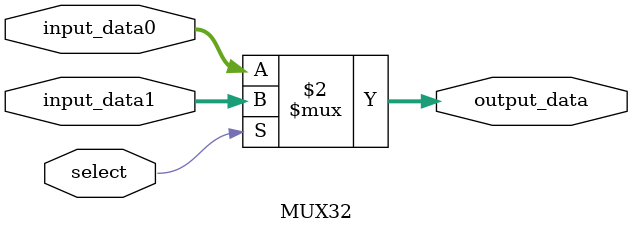
<source format=v>
module MUX32(
    input  [31:0] input_data0,
    input  [31:0] input_data1,
    input         select,
	 
    output [31:0] output_data
);
	
	assign output_data = (select == 1)? input_data1 : input_data0;


endmodule

</source>
